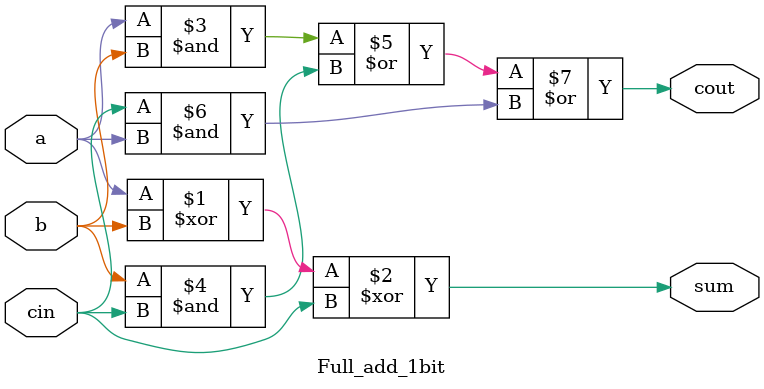
<source format=v>
`timescale 1ns / 1ps

module Full_add_1bit(input a, b, cin, output sum, cout);
  assign sum  = a ^ b ^ cin;
  assign cout = (a & b) | (b & cin) | (cin & a);
endmodule

</source>
